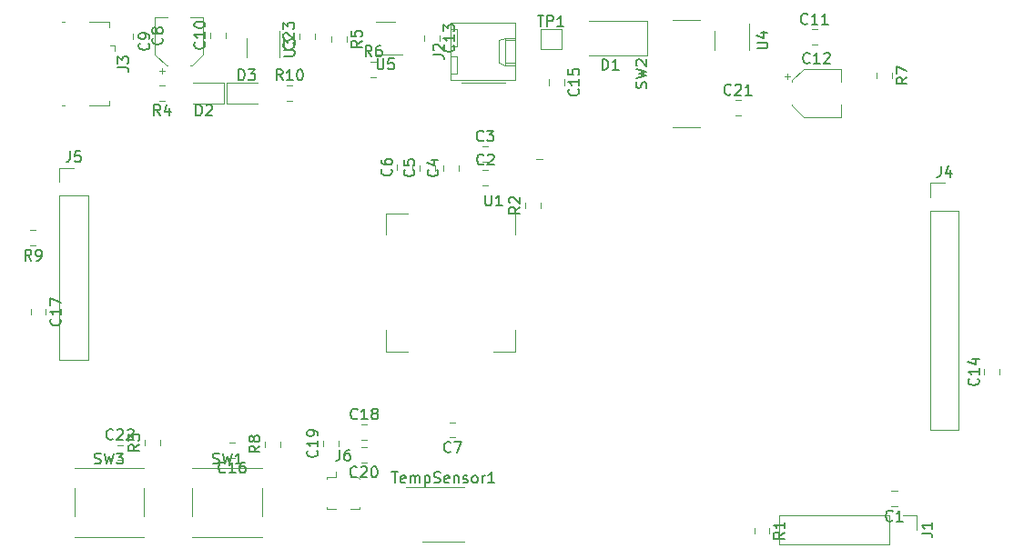
<source format=gbr>
G04 #@! TF.GenerationSoftware,KiCad,Pcbnew,(5.1.5)-3*
G04 #@! TF.CreationDate,2020-02-14T11:51:10+01:00*
G04 #@! TF.ProjectId,Lab_1,4c61625f-312e-46b6-9963-61645f706362,rev?*
G04 #@! TF.SameCoordinates,Original*
G04 #@! TF.FileFunction,Legend,Top*
G04 #@! TF.FilePolarity,Positive*
%FSLAX46Y46*%
G04 Gerber Fmt 4.6, Leading zero omitted, Abs format (unit mm)*
G04 Created by KiCad (PCBNEW (5.1.5)-3) date 2020-02-14 11:51:10*
%MOMM*%
%LPD*%
G04 APERTURE LIST*
%ADD10C,0.120000*%
%ADD11C,0.150000*%
G04 APERTURE END LIST*
D10*
X86513748Y-104710000D02*
X87036252Y-104710000D01*
X86513748Y-103290000D02*
X87036252Y-103290000D01*
X75186252Y-103290000D02*
X74663748Y-103290000D01*
X75186252Y-104710000D02*
X74663748Y-104710000D01*
X89110000Y-98961252D02*
X89110000Y-98438748D01*
X87690000Y-98961252D02*
X87690000Y-98438748D01*
X80915000Y-104960000D02*
X83775000Y-104960000D01*
X80915000Y-103040000D02*
X80915000Y-104960000D01*
X83775000Y-103040000D02*
X80915000Y-103040000D01*
X80685000Y-103040000D02*
X77825000Y-103040000D01*
X80685000Y-104960000D02*
X80685000Y-103040000D01*
X77825000Y-104960000D02*
X80685000Y-104960000D01*
X66745000Y-145380000D02*
X73205000Y-145380000D01*
X66745000Y-140850000D02*
X66745000Y-143450000D01*
X66745000Y-138920000D02*
X73205000Y-138920000D01*
X73205000Y-140850000D02*
X73205000Y-143450000D01*
X66745000Y-138950000D02*
X66745000Y-138920000D01*
X66745000Y-145380000D02*
X66745000Y-145350000D01*
X73205000Y-145380000D02*
X73205000Y-145350000D01*
X73205000Y-138920000D02*
X73205000Y-138950000D01*
X74710000Y-136836252D02*
X74710000Y-136313748D01*
X73290000Y-136836252D02*
X73290000Y-136313748D01*
X70738748Y-138210000D02*
X71261252Y-138210000D01*
X70738748Y-136790000D02*
X71261252Y-136790000D01*
X100710000Y-98638748D02*
X100710000Y-99161252D01*
X99290000Y-98638748D02*
X99290000Y-99161252D01*
X152810000Y-130236252D02*
X152810000Y-129713748D01*
X151390000Y-130236252D02*
X151390000Y-129713748D01*
X110890000Y-102738748D02*
X110890000Y-103261252D01*
X112310000Y-102738748D02*
X112310000Y-103261252D01*
X81686252Y-138010000D02*
X81163748Y-138010000D01*
X81686252Y-136590000D02*
X81163748Y-136590000D01*
X64110000Y-124138748D02*
X64110000Y-124661252D01*
X62690000Y-124138748D02*
X62690000Y-124661252D01*
X93463748Y-136310000D02*
X93986252Y-136310000D01*
X93463748Y-134890000D02*
X93986252Y-134890000D01*
X89890000Y-136936252D02*
X89890000Y-136413748D01*
X91310000Y-136936252D02*
X91310000Y-136413748D01*
X93936252Y-136990000D02*
X93413748Y-136990000D01*
X93936252Y-138410000D02*
X93413748Y-138410000D01*
X128213748Y-104690000D02*
X128736252Y-104690000D01*
X128213748Y-106110000D02*
X128736252Y-106110000D01*
X120000000Y-100550000D02*
X120000000Y-97250000D01*
X120000000Y-97250000D02*
X114600000Y-97250000D01*
X120000000Y-100550000D02*
X114600000Y-100550000D01*
X101770000Y-102780000D02*
X107790000Y-102780000D01*
X107790000Y-102780000D02*
X107790000Y-97480000D01*
X107790000Y-97480000D02*
X101770000Y-97480000D01*
X101770000Y-97480000D02*
X101770000Y-102780000D01*
X102800000Y-103070000D02*
X106800000Y-103070000D01*
X107790000Y-101400000D02*
X106790000Y-101400000D01*
X106790000Y-101400000D02*
X106790000Y-98860000D01*
X106790000Y-98860000D02*
X107790000Y-98860000D01*
X106790000Y-101400000D02*
X106260000Y-101150000D01*
X106260000Y-101150000D02*
X106260000Y-99110000D01*
X106260000Y-99110000D02*
X106790000Y-98860000D01*
X107790000Y-101150000D02*
X106790000Y-101150000D01*
X107790000Y-99110000D02*
X106790000Y-99110000D01*
X101770000Y-102200000D02*
X102370000Y-102200000D01*
X102370000Y-102200000D02*
X102370000Y-100600000D01*
X102370000Y-100600000D02*
X101770000Y-100600000D01*
X101770000Y-99660000D02*
X102370000Y-99660000D01*
X102370000Y-99660000D02*
X102370000Y-98060000D01*
X102370000Y-98060000D02*
X101770000Y-98060000D01*
X146370000Y-135350000D02*
X149030000Y-135350000D01*
X146370000Y-114970000D02*
X146370000Y-135350000D01*
X149030000Y-114970000D02*
X149030000Y-135350000D01*
X146370000Y-114970000D02*
X149030000Y-114970000D01*
X146370000Y-113700000D02*
X146370000Y-112370000D01*
X146370000Y-112370000D02*
X147700000Y-112370000D01*
X65370000Y-128870000D02*
X68030000Y-128870000D01*
X65370000Y-113570000D02*
X65370000Y-128870000D01*
X68030000Y-113570000D02*
X68030000Y-128870000D01*
X65370000Y-113570000D02*
X68030000Y-113570000D01*
X65370000Y-112300000D02*
X65370000Y-110970000D01*
X65370000Y-110970000D02*
X66700000Y-110970000D01*
X91075000Y-139800000D02*
X91075000Y-139300000D01*
X92475000Y-139800000D02*
X92475000Y-139300000D01*
X92475000Y-139800000D02*
X93075000Y-139800000D01*
X93075000Y-139800000D02*
X93275000Y-140000000D01*
X90275000Y-140000000D02*
X90275000Y-139800000D01*
X90275000Y-139800000D02*
X91075000Y-139800000D01*
X91075000Y-142800000D02*
X90275000Y-142800000D01*
X90275000Y-142800000D02*
X90275000Y-142600000D01*
X93275000Y-142600000D02*
X93275000Y-142800000D01*
X93275000Y-142800000D02*
X92475000Y-142800000D01*
X92110000Y-98713748D02*
X92110000Y-99236252D01*
X90690000Y-98713748D02*
X90690000Y-99236252D01*
X94313748Y-101090000D02*
X94836252Y-101090000D01*
X94313748Y-102510000D02*
X94836252Y-102510000D01*
X142810000Y-102113748D02*
X142810000Y-102636252D01*
X141390000Y-102113748D02*
X141390000Y-102636252D01*
X85910000Y-136986252D02*
X85910000Y-136463748D01*
X84490000Y-136986252D02*
X84490000Y-136463748D01*
X63186252Y-116790000D02*
X62663748Y-116790000D01*
X63186252Y-118210000D02*
X62663748Y-118210000D01*
X84205000Y-138920000D02*
X84205000Y-138950000D01*
X84205000Y-145380000D02*
X84205000Y-145350000D01*
X77745000Y-145380000D02*
X77745000Y-145350000D01*
X77745000Y-138950000D02*
X77745000Y-138920000D01*
X84205000Y-140850000D02*
X84205000Y-143450000D01*
X77745000Y-138920000D02*
X84205000Y-138920000D01*
X77745000Y-140850000D02*
X77745000Y-143450000D01*
X77745000Y-145380000D02*
X84205000Y-145380000D01*
X124950000Y-97240000D02*
X122450000Y-97240000D01*
X122450000Y-107240000D02*
X124950000Y-107240000D01*
X101095000Y-145835000D02*
X103045000Y-145835000D01*
X101095000Y-145835000D02*
X99145000Y-145835000D01*
X101095000Y-140715000D02*
X103045000Y-140715000D01*
X101095000Y-140715000D02*
X97645000Y-140715000D01*
X110150000Y-98050000D02*
X112050000Y-98050000D01*
X112050000Y-98050000D02*
X112050000Y-99950000D01*
X112050000Y-99950000D02*
X110150000Y-99950000D01*
X110150000Y-99950000D02*
X110150000Y-98050000D01*
X85860000Y-100670000D02*
X85860000Y-98240000D01*
X82790000Y-98910000D02*
X82790000Y-100670000D01*
X126290000Y-98200000D02*
X126290000Y-100000000D01*
X129510000Y-100000000D02*
X129510000Y-97550000D01*
X96580000Y-97340000D02*
X94820000Y-97340000D01*
X94820000Y-100410000D02*
X97250000Y-100410000D01*
X143286252Y-142510000D02*
X142763748Y-142510000D01*
X143286252Y-141090000D02*
X142763748Y-141090000D01*
X104738748Y-112610000D02*
X105261252Y-112610000D01*
X104738748Y-111190000D02*
X105261252Y-111190000D01*
X104713748Y-110410000D02*
X105236252Y-110410000D01*
X104713748Y-108990000D02*
X105236252Y-108990000D01*
X101090000Y-111236252D02*
X101090000Y-110713748D01*
X102510000Y-111236252D02*
X102510000Y-110713748D01*
X100310000Y-111236252D02*
X100310000Y-110713748D01*
X98890000Y-111236252D02*
X98890000Y-110713748D01*
X96790000Y-111186252D02*
X96790000Y-110663748D01*
X98210000Y-111186252D02*
X98210000Y-110663748D01*
X102186252Y-134690000D02*
X101663748Y-134690000D01*
X102186252Y-136110000D02*
X101663748Y-136110000D01*
X73610000Y-98438748D02*
X73610000Y-98961252D01*
X72190000Y-98438748D02*
X72190000Y-98961252D01*
X74690000Y-101950000D02*
X75190000Y-101950000D01*
X74940000Y-102200000D02*
X74940000Y-101700000D01*
X77695563Y-101460000D02*
X78760000Y-100395563D01*
X75304437Y-101460000D02*
X74240000Y-100395563D01*
X75304437Y-101460000D02*
X75440000Y-101460000D01*
X77695563Y-101460000D02*
X77560000Y-101460000D01*
X78760000Y-100395563D02*
X78760000Y-96940000D01*
X74240000Y-100395563D02*
X74240000Y-96940000D01*
X74240000Y-96940000D02*
X75440000Y-96940000D01*
X78760000Y-96940000D02*
X77560000Y-96940000D01*
X79390000Y-98886252D02*
X79390000Y-98363748D01*
X80810000Y-98886252D02*
X80810000Y-98363748D01*
X135338748Y-99510000D02*
X135861252Y-99510000D01*
X135338748Y-98090000D02*
X135861252Y-98090000D01*
X138060000Y-106260000D02*
X138060000Y-105060000D01*
X138060000Y-101740000D02*
X138060000Y-102940000D01*
X134604437Y-101740000D02*
X138060000Y-101740000D01*
X134604437Y-106260000D02*
X138060000Y-106260000D01*
X133540000Y-105195563D02*
X133540000Y-105060000D01*
X133540000Y-102804437D02*
X133540000Y-102940000D01*
X133540000Y-102804437D02*
X134604437Y-101740000D01*
X133540000Y-105195563D02*
X134604437Y-106260000D01*
X132800000Y-102440000D02*
X133300000Y-102440000D01*
X133050000Y-102190000D02*
X133050000Y-102690000D01*
X132310000Y-143370000D02*
X132310000Y-146030000D01*
X142530000Y-143370000D02*
X132310000Y-143370000D01*
X142530000Y-146030000D02*
X132310000Y-146030000D01*
X142530000Y-143370000D02*
X142530000Y-146030000D01*
X143800000Y-143370000D02*
X145130000Y-143370000D01*
X145130000Y-143370000D02*
X145130000Y-144700000D01*
X70000000Y-97400000D02*
X70000000Y-97850000D01*
X68150000Y-97400000D02*
X70000000Y-97400000D01*
X65600000Y-105200000D02*
X65850000Y-105200000D01*
X65600000Y-97400000D02*
X65850000Y-97400000D01*
X68150000Y-105200000D02*
X70000000Y-105200000D01*
X70000000Y-105200000D02*
X70000000Y-104750000D01*
X70550000Y-99600000D02*
X70550000Y-100050000D01*
X70550000Y-99600000D02*
X70100000Y-99600000D01*
X129990000Y-144513748D02*
X129990000Y-145036252D01*
X131410000Y-144513748D02*
X131410000Y-145036252D01*
X108690000Y-114736252D02*
X108690000Y-114213748D01*
X110110000Y-114736252D02*
X110110000Y-114213748D01*
X97750000Y-115220000D02*
X95750000Y-115220000D01*
X95750000Y-115220000D02*
X95750000Y-117220000D01*
X97750000Y-128120000D02*
X95750000Y-128120000D01*
X95750000Y-126120000D02*
X95750000Y-128120000D01*
X110290000Y-110140000D02*
X109690000Y-110140000D01*
X107750000Y-115220000D02*
X107750000Y-117220000D01*
X107750000Y-126120000D02*
X107750000Y-128120000D01*
X107750000Y-128120000D02*
X105750000Y-128120000D01*
D11*
X86132142Y-102802380D02*
X85798809Y-102326190D01*
X85560714Y-102802380D02*
X85560714Y-101802380D01*
X85941666Y-101802380D01*
X86036904Y-101850000D01*
X86084523Y-101897619D01*
X86132142Y-101992857D01*
X86132142Y-102135714D01*
X86084523Y-102230952D01*
X86036904Y-102278571D01*
X85941666Y-102326190D01*
X85560714Y-102326190D01*
X87084523Y-102802380D02*
X86513095Y-102802380D01*
X86798809Y-102802380D02*
X86798809Y-101802380D01*
X86703571Y-101945238D01*
X86608333Y-102040476D01*
X86513095Y-102088095D01*
X87703571Y-101802380D02*
X87798809Y-101802380D01*
X87894047Y-101850000D01*
X87941666Y-101897619D01*
X87989285Y-101992857D01*
X88036904Y-102183333D01*
X88036904Y-102421428D01*
X87989285Y-102611904D01*
X87941666Y-102707142D01*
X87894047Y-102754761D01*
X87798809Y-102802380D01*
X87703571Y-102802380D01*
X87608333Y-102754761D01*
X87560714Y-102707142D01*
X87513095Y-102611904D01*
X87465476Y-102421428D01*
X87465476Y-102183333D01*
X87513095Y-101992857D01*
X87560714Y-101897619D01*
X87608333Y-101850000D01*
X87703571Y-101802380D01*
X74758333Y-106102380D02*
X74425000Y-105626190D01*
X74186904Y-106102380D02*
X74186904Y-105102380D01*
X74567857Y-105102380D01*
X74663095Y-105150000D01*
X74710714Y-105197619D01*
X74758333Y-105292857D01*
X74758333Y-105435714D01*
X74710714Y-105530952D01*
X74663095Y-105578571D01*
X74567857Y-105626190D01*
X74186904Y-105626190D01*
X75615476Y-105435714D02*
X75615476Y-106102380D01*
X75377380Y-105054761D02*
X75139285Y-105769047D01*
X75758333Y-105769047D01*
X87107142Y-99342857D02*
X87154761Y-99390476D01*
X87202380Y-99533333D01*
X87202380Y-99628571D01*
X87154761Y-99771428D01*
X87059523Y-99866666D01*
X86964285Y-99914285D01*
X86773809Y-99961904D01*
X86630952Y-99961904D01*
X86440476Y-99914285D01*
X86345238Y-99866666D01*
X86250000Y-99771428D01*
X86202380Y-99628571D01*
X86202380Y-99533333D01*
X86250000Y-99390476D01*
X86297619Y-99342857D01*
X86297619Y-98961904D02*
X86250000Y-98914285D01*
X86202380Y-98819047D01*
X86202380Y-98580952D01*
X86250000Y-98485714D01*
X86297619Y-98438095D01*
X86392857Y-98390476D01*
X86488095Y-98390476D01*
X86630952Y-98438095D01*
X87202380Y-99009523D01*
X87202380Y-98390476D01*
X86202380Y-98057142D02*
X86202380Y-97438095D01*
X86583333Y-97771428D01*
X86583333Y-97628571D01*
X86630952Y-97533333D01*
X86678571Y-97485714D01*
X86773809Y-97438095D01*
X87011904Y-97438095D01*
X87107142Y-97485714D01*
X87154761Y-97533333D01*
X87202380Y-97628571D01*
X87202380Y-97914285D01*
X87154761Y-98009523D01*
X87107142Y-98057142D01*
X82036904Y-102802380D02*
X82036904Y-101802380D01*
X82275000Y-101802380D01*
X82417857Y-101850000D01*
X82513095Y-101945238D01*
X82560714Y-102040476D01*
X82608333Y-102230952D01*
X82608333Y-102373809D01*
X82560714Y-102564285D01*
X82513095Y-102659523D01*
X82417857Y-102754761D01*
X82275000Y-102802380D01*
X82036904Y-102802380D01*
X82941666Y-101802380D02*
X83560714Y-101802380D01*
X83227380Y-102183333D01*
X83370238Y-102183333D01*
X83465476Y-102230952D01*
X83513095Y-102278571D01*
X83560714Y-102373809D01*
X83560714Y-102611904D01*
X83513095Y-102707142D01*
X83465476Y-102754761D01*
X83370238Y-102802380D01*
X83084523Y-102802380D01*
X82989285Y-102754761D01*
X82941666Y-102707142D01*
X78086904Y-106102380D02*
X78086904Y-105102380D01*
X78325000Y-105102380D01*
X78467857Y-105150000D01*
X78563095Y-105245238D01*
X78610714Y-105340476D01*
X78658333Y-105530952D01*
X78658333Y-105673809D01*
X78610714Y-105864285D01*
X78563095Y-105959523D01*
X78467857Y-106054761D01*
X78325000Y-106102380D01*
X78086904Y-106102380D01*
X79039285Y-105197619D02*
X79086904Y-105150000D01*
X79182142Y-105102380D01*
X79420238Y-105102380D01*
X79515476Y-105150000D01*
X79563095Y-105197619D01*
X79610714Y-105292857D01*
X79610714Y-105388095D01*
X79563095Y-105530952D01*
X78991666Y-106102380D01*
X79610714Y-106102380D01*
X68641666Y-138504761D02*
X68784523Y-138552380D01*
X69022619Y-138552380D01*
X69117857Y-138504761D01*
X69165476Y-138457142D01*
X69213095Y-138361904D01*
X69213095Y-138266666D01*
X69165476Y-138171428D01*
X69117857Y-138123809D01*
X69022619Y-138076190D01*
X68832142Y-138028571D01*
X68736904Y-137980952D01*
X68689285Y-137933333D01*
X68641666Y-137838095D01*
X68641666Y-137742857D01*
X68689285Y-137647619D01*
X68736904Y-137600000D01*
X68832142Y-137552380D01*
X69070238Y-137552380D01*
X69213095Y-137600000D01*
X69546428Y-137552380D02*
X69784523Y-138552380D01*
X69975000Y-137838095D01*
X70165476Y-138552380D01*
X70403571Y-137552380D01*
X70689285Y-137552380D02*
X71308333Y-137552380D01*
X70975000Y-137933333D01*
X71117857Y-137933333D01*
X71213095Y-137980952D01*
X71260714Y-138028571D01*
X71308333Y-138123809D01*
X71308333Y-138361904D01*
X71260714Y-138457142D01*
X71213095Y-138504761D01*
X71117857Y-138552380D01*
X70832142Y-138552380D01*
X70736904Y-138504761D01*
X70689285Y-138457142D01*
X72802380Y-136741666D02*
X72326190Y-137075000D01*
X72802380Y-137313095D02*
X71802380Y-137313095D01*
X71802380Y-136932142D01*
X71850000Y-136836904D01*
X71897619Y-136789285D01*
X71992857Y-136741666D01*
X72135714Y-136741666D01*
X72230952Y-136789285D01*
X72278571Y-136836904D01*
X72326190Y-136932142D01*
X72326190Y-137313095D01*
X71802380Y-136408333D02*
X71802380Y-135789285D01*
X72183333Y-136122619D01*
X72183333Y-135979761D01*
X72230952Y-135884523D01*
X72278571Y-135836904D01*
X72373809Y-135789285D01*
X72611904Y-135789285D01*
X72707142Y-135836904D01*
X72754761Y-135884523D01*
X72802380Y-135979761D01*
X72802380Y-136265476D01*
X72754761Y-136360714D01*
X72707142Y-136408333D01*
X70357142Y-136207142D02*
X70309523Y-136254761D01*
X70166666Y-136302380D01*
X70071428Y-136302380D01*
X69928571Y-136254761D01*
X69833333Y-136159523D01*
X69785714Y-136064285D01*
X69738095Y-135873809D01*
X69738095Y-135730952D01*
X69785714Y-135540476D01*
X69833333Y-135445238D01*
X69928571Y-135350000D01*
X70071428Y-135302380D01*
X70166666Y-135302380D01*
X70309523Y-135350000D01*
X70357142Y-135397619D01*
X70738095Y-135397619D02*
X70785714Y-135350000D01*
X70880952Y-135302380D01*
X71119047Y-135302380D01*
X71214285Y-135350000D01*
X71261904Y-135397619D01*
X71309523Y-135492857D01*
X71309523Y-135588095D01*
X71261904Y-135730952D01*
X70690476Y-136302380D01*
X71309523Y-136302380D01*
X71690476Y-135397619D02*
X71738095Y-135350000D01*
X71833333Y-135302380D01*
X72071428Y-135302380D01*
X72166666Y-135350000D01*
X72214285Y-135397619D01*
X72261904Y-135492857D01*
X72261904Y-135588095D01*
X72214285Y-135730952D01*
X71642857Y-136302380D01*
X72261904Y-136302380D01*
X102007142Y-99542857D02*
X102054761Y-99590476D01*
X102102380Y-99733333D01*
X102102380Y-99828571D01*
X102054761Y-99971428D01*
X101959523Y-100066666D01*
X101864285Y-100114285D01*
X101673809Y-100161904D01*
X101530952Y-100161904D01*
X101340476Y-100114285D01*
X101245238Y-100066666D01*
X101150000Y-99971428D01*
X101102380Y-99828571D01*
X101102380Y-99733333D01*
X101150000Y-99590476D01*
X101197619Y-99542857D01*
X102102380Y-98590476D02*
X102102380Y-99161904D01*
X102102380Y-98876190D02*
X101102380Y-98876190D01*
X101245238Y-98971428D01*
X101340476Y-99066666D01*
X101388095Y-99161904D01*
X101102380Y-98257142D02*
X101102380Y-97638095D01*
X101483333Y-97971428D01*
X101483333Y-97828571D01*
X101530952Y-97733333D01*
X101578571Y-97685714D01*
X101673809Y-97638095D01*
X101911904Y-97638095D01*
X102007142Y-97685714D01*
X102054761Y-97733333D01*
X102102380Y-97828571D01*
X102102380Y-98114285D01*
X102054761Y-98209523D01*
X102007142Y-98257142D01*
X150807142Y-130617857D02*
X150854761Y-130665476D01*
X150902380Y-130808333D01*
X150902380Y-130903571D01*
X150854761Y-131046428D01*
X150759523Y-131141666D01*
X150664285Y-131189285D01*
X150473809Y-131236904D01*
X150330952Y-131236904D01*
X150140476Y-131189285D01*
X150045238Y-131141666D01*
X149950000Y-131046428D01*
X149902380Y-130903571D01*
X149902380Y-130808333D01*
X149950000Y-130665476D01*
X149997619Y-130617857D01*
X150902380Y-129665476D02*
X150902380Y-130236904D01*
X150902380Y-129951190D02*
X149902380Y-129951190D01*
X150045238Y-130046428D01*
X150140476Y-130141666D01*
X150188095Y-130236904D01*
X150235714Y-128808333D02*
X150902380Y-128808333D01*
X149854761Y-129046428D02*
X150569047Y-129284523D01*
X150569047Y-128665476D01*
X113607142Y-103642857D02*
X113654761Y-103690476D01*
X113702380Y-103833333D01*
X113702380Y-103928571D01*
X113654761Y-104071428D01*
X113559523Y-104166666D01*
X113464285Y-104214285D01*
X113273809Y-104261904D01*
X113130952Y-104261904D01*
X112940476Y-104214285D01*
X112845238Y-104166666D01*
X112750000Y-104071428D01*
X112702380Y-103928571D01*
X112702380Y-103833333D01*
X112750000Y-103690476D01*
X112797619Y-103642857D01*
X113702380Y-102690476D02*
X113702380Y-103261904D01*
X113702380Y-102976190D02*
X112702380Y-102976190D01*
X112845238Y-103071428D01*
X112940476Y-103166666D01*
X112988095Y-103261904D01*
X112702380Y-101785714D02*
X112702380Y-102261904D01*
X113178571Y-102309523D01*
X113130952Y-102261904D01*
X113083333Y-102166666D01*
X113083333Y-101928571D01*
X113130952Y-101833333D01*
X113178571Y-101785714D01*
X113273809Y-101738095D01*
X113511904Y-101738095D01*
X113607142Y-101785714D01*
X113654761Y-101833333D01*
X113702380Y-101928571D01*
X113702380Y-102166666D01*
X113654761Y-102261904D01*
X113607142Y-102309523D01*
X80782142Y-139307142D02*
X80734523Y-139354761D01*
X80591666Y-139402380D01*
X80496428Y-139402380D01*
X80353571Y-139354761D01*
X80258333Y-139259523D01*
X80210714Y-139164285D01*
X80163095Y-138973809D01*
X80163095Y-138830952D01*
X80210714Y-138640476D01*
X80258333Y-138545238D01*
X80353571Y-138450000D01*
X80496428Y-138402380D01*
X80591666Y-138402380D01*
X80734523Y-138450000D01*
X80782142Y-138497619D01*
X81734523Y-139402380D02*
X81163095Y-139402380D01*
X81448809Y-139402380D02*
X81448809Y-138402380D01*
X81353571Y-138545238D01*
X81258333Y-138640476D01*
X81163095Y-138688095D01*
X82591666Y-138402380D02*
X82401190Y-138402380D01*
X82305952Y-138450000D01*
X82258333Y-138497619D01*
X82163095Y-138640476D01*
X82115476Y-138830952D01*
X82115476Y-139211904D01*
X82163095Y-139307142D01*
X82210714Y-139354761D01*
X82305952Y-139402380D01*
X82496428Y-139402380D01*
X82591666Y-139354761D01*
X82639285Y-139307142D01*
X82686904Y-139211904D01*
X82686904Y-138973809D01*
X82639285Y-138878571D01*
X82591666Y-138830952D01*
X82496428Y-138783333D01*
X82305952Y-138783333D01*
X82210714Y-138830952D01*
X82163095Y-138878571D01*
X82115476Y-138973809D01*
X65407142Y-125042857D02*
X65454761Y-125090476D01*
X65502380Y-125233333D01*
X65502380Y-125328571D01*
X65454761Y-125471428D01*
X65359523Y-125566666D01*
X65264285Y-125614285D01*
X65073809Y-125661904D01*
X64930952Y-125661904D01*
X64740476Y-125614285D01*
X64645238Y-125566666D01*
X64550000Y-125471428D01*
X64502380Y-125328571D01*
X64502380Y-125233333D01*
X64550000Y-125090476D01*
X64597619Y-125042857D01*
X65502380Y-124090476D02*
X65502380Y-124661904D01*
X65502380Y-124376190D02*
X64502380Y-124376190D01*
X64645238Y-124471428D01*
X64740476Y-124566666D01*
X64788095Y-124661904D01*
X64502380Y-123757142D02*
X64502380Y-123090476D01*
X65502380Y-123519047D01*
X93082142Y-134307142D02*
X93034523Y-134354761D01*
X92891666Y-134402380D01*
X92796428Y-134402380D01*
X92653571Y-134354761D01*
X92558333Y-134259523D01*
X92510714Y-134164285D01*
X92463095Y-133973809D01*
X92463095Y-133830952D01*
X92510714Y-133640476D01*
X92558333Y-133545238D01*
X92653571Y-133450000D01*
X92796428Y-133402380D01*
X92891666Y-133402380D01*
X93034523Y-133450000D01*
X93082142Y-133497619D01*
X94034523Y-134402380D02*
X93463095Y-134402380D01*
X93748809Y-134402380D02*
X93748809Y-133402380D01*
X93653571Y-133545238D01*
X93558333Y-133640476D01*
X93463095Y-133688095D01*
X94605952Y-133830952D02*
X94510714Y-133783333D01*
X94463095Y-133735714D01*
X94415476Y-133640476D01*
X94415476Y-133592857D01*
X94463095Y-133497619D01*
X94510714Y-133450000D01*
X94605952Y-133402380D01*
X94796428Y-133402380D01*
X94891666Y-133450000D01*
X94939285Y-133497619D01*
X94986904Y-133592857D01*
X94986904Y-133640476D01*
X94939285Y-133735714D01*
X94891666Y-133783333D01*
X94796428Y-133830952D01*
X94605952Y-133830952D01*
X94510714Y-133878571D01*
X94463095Y-133926190D01*
X94415476Y-134021428D01*
X94415476Y-134211904D01*
X94463095Y-134307142D01*
X94510714Y-134354761D01*
X94605952Y-134402380D01*
X94796428Y-134402380D01*
X94891666Y-134354761D01*
X94939285Y-134307142D01*
X94986904Y-134211904D01*
X94986904Y-134021428D01*
X94939285Y-133926190D01*
X94891666Y-133878571D01*
X94796428Y-133830952D01*
X89307142Y-137317857D02*
X89354761Y-137365476D01*
X89402380Y-137508333D01*
X89402380Y-137603571D01*
X89354761Y-137746428D01*
X89259523Y-137841666D01*
X89164285Y-137889285D01*
X88973809Y-137936904D01*
X88830952Y-137936904D01*
X88640476Y-137889285D01*
X88545238Y-137841666D01*
X88450000Y-137746428D01*
X88402380Y-137603571D01*
X88402380Y-137508333D01*
X88450000Y-137365476D01*
X88497619Y-137317857D01*
X89402380Y-136365476D02*
X89402380Y-136936904D01*
X89402380Y-136651190D02*
X88402380Y-136651190D01*
X88545238Y-136746428D01*
X88640476Y-136841666D01*
X88688095Y-136936904D01*
X89402380Y-135889285D02*
X89402380Y-135698809D01*
X89354761Y-135603571D01*
X89307142Y-135555952D01*
X89164285Y-135460714D01*
X88973809Y-135413095D01*
X88592857Y-135413095D01*
X88497619Y-135460714D01*
X88450000Y-135508333D01*
X88402380Y-135603571D01*
X88402380Y-135794047D01*
X88450000Y-135889285D01*
X88497619Y-135936904D01*
X88592857Y-135984523D01*
X88830952Y-135984523D01*
X88926190Y-135936904D01*
X88973809Y-135889285D01*
X89021428Y-135794047D01*
X89021428Y-135603571D01*
X88973809Y-135508333D01*
X88926190Y-135460714D01*
X88830952Y-135413095D01*
X93032142Y-139707142D02*
X92984523Y-139754761D01*
X92841666Y-139802380D01*
X92746428Y-139802380D01*
X92603571Y-139754761D01*
X92508333Y-139659523D01*
X92460714Y-139564285D01*
X92413095Y-139373809D01*
X92413095Y-139230952D01*
X92460714Y-139040476D01*
X92508333Y-138945238D01*
X92603571Y-138850000D01*
X92746428Y-138802380D01*
X92841666Y-138802380D01*
X92984523Y-138850000D01*
X93032142Y-138897619D01*
X93413095Y-138897619D02*
X93460714Y-138850000D01*
X93555952Y-138802380D01*
X93794047Y-138802380D01*
X93889285Y-138850000D01*
X93936904Y-138897619D01*
X93984523Y-138992857D01*
X93984523Y-139088095D01*
X93936904Y-139230952D01*
X93365476Y-139802380D01*
X93984523Y-139802380D01*
X94603571Y-138802380D02*
X94698809Y-138802380D01*
X94794047Y-138850000D01*
X94841666Y-138897619D01*
X94889285Y-138992857D01*
X94936904Y-139183333D01*
X94936904Y-139421428D01*
X94889285Y-139611904D01*
X94841666Y-139707142D01*
X94794047Y-139754761D01*
X94698809Y-139802380D01*
X94603571Y-139802380D01*
X94508333Y-139754761D01*
X94460714Y-139707142D01*
X94413095Y-139611904D01*
X94365476Y-139421428D01*
X94365476Y-139183333D01*
X94413095Y-138992857D01*
X94460714Y-138897619D01*
X94508333Y-138850000D01*
X94603571Y-138802380D01*
X127832142Y-104107142D02*
X127784523Y-104154761D01*
X127641666Y-104202380D01*
X127546428Y-104202380D01*
X127403571Y-104154761D01*
X127308333Y-104059523D01*
X127260714Y-103964285D01*
X127213095Y-103773809D01*
X127213095Y-103630952D01*
X127260714Y-103440476D01*
X127308333Y-103345238D01*
X127403571Y-103250000D01*
X127546428Y-103202380D01*
X127641666Y-103202380D01*
X127784523Y-103250000D01*
X127832142Y-103297619D01*
X128213095Y-103297619D02*
X128260714Y-103250000D01*
X128355952Y-103202380D01*
X128594047Y-103202380D01*
X128689285Y-103250000D01*
X128736904Y-103297619D01*
X128784523Y-103392857D01*
X128784523Y-103488095D01*
X128736904Y-103630952D01*
X128165476Y-104202380D01*
X128784523Y-104202380D01*
X129736904Y-104202380D02*
X129165476Y-104202380D01*
X129451190Y-104202380D02*
X129451190Y-103202380D01*
X129355952Y-103345238D01*
X129260714Y-103440476D01*
X129165476Y-103488095D01*
X115861904Y-101852380D02*
X115861904Y-100852380D01*
X116100000Y-100852380D01*
X116242857Y-100900000D01*
X116338095Y-100995238D01*
X116385714Y-101090476D01*
X116433333Y-101280952D01*
X116433333Y-101423809D01*
X116385714Y-101614285D01*
X116338095Y-101709523D01*
X116242857Y-101804761D01*
X116100000Y-101852380D01*
X115861904Y-101852380D01*
X117385714Y-101852380D02*
X116814285Y-101852380D01*
X117100000Y-101852380D02*
X117100000Y-100852380D01*
X117004761Y-100995238D01*
X116909523Y-101090476D01*
X116814285Y-101138095D01*
X100132380Y-100463333D02*
X100846666Y-100463333D01*
X100989523Y-100510952D01*
X101084761Y-100606190D01*
X101132380Y-100749047D01*
X101132380Y-100844285D01*
X100227619Y-100034761D02*
X100180000Y-99987142D01*
X100132380Y-99891904D01*
X100132380Y-99653809D01*
X100180000Y-99558571D01*
X100227619Y-99510952D01*
X100322857Y-99463333D01*
X100418095Y-99463333D01*
X100560952Y-99510952D01*
X101132380Y-100082380D01*
X101132380Y-99463333D01*
X147366666Y-110822380D02*
X147366666Y-111536666D01*
X147319047Y-111679523D01*
X147223809Y-111774761D01*
X147080952Y-111822380D01*
X146985714Y-111822380D01*
X148271428Y-111155714D02*
X148271428Y-111822380D01*
X148033333Y-110774761D02*
X147795238Y-111489047D01*
X148414285Y-111489047D01*
X66366666Y-109422380D02*
X66366666Y-110136666D01*
X66319047Y-110279523D01*
X66223809Y-110374761D01*
X66080952Y-110422380D01*
X65985714Y-110422380D01*
X67319047Y-109422380D02*
X66842857Y-109422380D01*
X66795238Y-109898571D01*
X66842857Y-109850952D01*
X66938095Y-109803333D01*
X67176190Y-109803333D01*
X67271428Y-109850952D01*
X67319047Y-109898571D01*
X67366666Y-109993809D01*
X67366666Y-110231904D01*
X67319047Y-110327142D01*
X67271428Y-110374761D01*
X67176190Y-110422380D01*
X66938095Y-110422380D01*
X66842857Y-110374761D01*
X66795238Y-110327142D01*
X91441666Y-137252380D02*
X91441666Y-137966666D01*
X91394047Y-138109523D01*
X91298809Y-138204761D01*
X91155952Y-138252380D01*
X91060714Y-138252380D01*
X92346428Y-137252380D02*
X92155952Y-137252380D01*
X92060714Y-137300000D01*
X92013095Y-137347619D01*
X91917857Y-137490476D01*
X91870238Y-137680952D01*
X91870238Y-138061904D01*
X91917857Y-138157142D01*
X91965476Y-138204761D01*
X92060714Y-138252380D01*
X92251190Y-138252380D01*
X92346428Y-138204761D01*
X92394047Y-138157142D01*
X92441666Y-138061904D01*
X92441666Y-137823809D01*
X92394047Y-137728571D01*
X92346428Y-137680952D01*
X92251190Y-137633333D01*
X92060714Y-137633333D01*
X91965476Y-137680952D01*
X91917857Y-137728571D01*
X91870238Y-137823809D01*
X93502380Y-99141666D02*
X93026190Y-99475000D01*
X93502380Y-99713095D02*
X92502380Y-99713095D01*
X92502380Y-99332142D01*
X92550000Y-99236904D01*
X92597619Y-99189285D01*
X92692857Y-99141666D01*
X92835714Y-99141666D01*
X92930952Y-99189285D01*
X92978571Y-99236904D01*
X93026190Y-99332142D01*
X93026190Y-99713095D01*
X92502380Y-98236904D02*
X92502380Y-98713095D01*
X92978571Y-98760714D01*
X92930952Y-98713095D01*
X92883333Y-98617857D01*
X92883333Y-98379761D01*
X92930952Y-98284523D01*
X92978571Y-98236904D01*
X93073809Y-98189285D01*
X93311904Y-98189285D01*
X93407142Y-98236904D01*
X93454761Y-98284523D01*
X93502380Y-98379761D01*
X93502380Y-98617857D01*
X93454761Y-98713095D01*
X93407142Y-98760714D01*
X94408333Y-100602380D02*
X94075000Y-100126190D01*
X93836904Y-100602380D02*
X93836904Y-99602380D01*
X94217857Y-99602380D01*
X94313095Y-99650000D01*
X94360714Y-99697619D01*
X94408333Y-99792857D01*
X94408333Y-99935714D01*
X94360714Y-100030952D01*
X94313095Y-100078571D01*
X94217857Y-100126190D01*
X93836904Y-100126190D01*
X95265476Y-99602380D02*
X95075000Y-99602380D01*
X94979761Y-99650000D01*
X94932142Y-99697619D01*
X94836904Y-99840476D01*
X94789285Y-100030952D01*
X94789285Y-100411904D01*
X94836904Y-100507142D01*
X94884523Y-100554761D01*
X94979761Y-100602380D01*
X95170238Y-100602380D01*
X95265476Y-100554761D01*
X95313095Y-100507142D01*
X95360714Y-100411904D01*
X95360714Y-100173809D01*
X95313095Y-100078571D01*
X95265476Y-100030952D01*
X95170238Y-99983333D01*
X94979761Y-99983333D01*
X94884523Y-100030952D01*
X94836904Y-100078571D01*
X94789285Y-100173809D01*
X144202380Y-102541666D02*
X143726190Y-102875000D01*
X144202380Y-103113095D02*
X143202380Y-103113095D01*
X143202380Y-102732142D01*
X143250000Y-102636904D01*
X143297619Y-102589285D01*
X143392857Y-102541666D01*
X143535714Y-102541666D01*
X143630952Y-102589285D01*
X143678571Y-102636904D01*
X143726190Y-102732142D01*
X143726190Y-103113095D01*
X143202380Y-102208333D02*
X143202380Y-101541666D01*
X144202380Y-101970238D01*
X84002380Y-136891666D02*
X83526190Y-137225000D01*
X84002380Y-137463095D02*
X83002380Y-137463095D01*
X83002380Y-137082142D01*
X83050000Y-136986904D01*
X83097619Y-136939285D01*
X83192857Y-136891666D01*
X83335714Y-136891666D01*
X83430952Y-136939285D01*
X83478571Y-136986904D01*
X83526190Y-137082142D01*
X83526190Y-137463095D01*
X83430952Y-136320238D02*
X83383333Y-136415476D01*
X83335714Y-136463095D01*
X83240476Y-136510714D01*
X83192857Y-136510714D01*
X83097619Y-136463095D01*
X83050000Y-136415476D01*
X83002380Y-136320238D01*
X83002380Y-136129761D01*
X83050000Y-136034523D01*
X83097619Y-135986904D01*
X83192857Y-135939285D01*
X83240476Y-135939285D01*
X83335714Y-135986904D01*
X83383333Y-136034523D01*
X83430952Y-136129761D01*
X83430952Y-136320238D01*
X83478571Y-136415476D01*
X83526190Y-136463095D01*
X83621428Y-136510714D01*
X83811904Y-136510714D01*
X83907142Y-136463095D01*
X83954761Y-136415476D01*
X84002380Y-136320238D01*
X84002380Y-136129761D01*
X83954761Y-136034523D01*
X83907142Y-135986904D01*
X83811904Y-135939285D01*
X83621428Y-135939285D01*
X83526190Y-135986904D01*
X83478571Y-136034523D01*
X83430952Y-136129761D01*
X62758333Y-119602380D02*
X62425000Y-119126190D01*
X62186904Y-119602380D02*
X62186904Y-118602380D01*
X62567857Y-118602380D01*
X62663095Y-118650000D01*
X62710714Y-118697619D01*
X62758333Y-118792857D01*
X62758333Y-118935714D01*
X62710714Y-119030952D01*
X62663095Y-119078571D01*
X62567857Y-119126190D01*
X62186904Y-119126190D01*
X63234523Y-119602380D02*
X63425000Y-119602380D01*
X63520238Y-119554761D01*
X63567857Y-119507142D01*
X63663095Y-119364285D01*
X63710714Y-119173809D01*
X63710714Y-118792857D01*
X63663095Y-118697619D01*
X63615476Y-118650000D01*
X63520238Y-118602380D01*
X63329761Y-118602380D01*
X63234523Y-118650000D01*
X63186904Y-118697619D01*
X63139285Y-118792857D01*
X63139285Y-119030952D01*
X63186904Y-119126190D01*
X63234523Y-119173809D01*
X63329761Y-119221428D01*
X63520238Y-119221428D01*
X63615476Y-119173809D01*
X63663095Y-119126190D01*
X63710714Y-119030952D01*
X79641666Y-138504761D02*
X79784523Y-138552380D01*
X80022619Y-138552380D01*
X80117857Y-138504761D01*
X80165476Y-138457142D01*
X80213095Y-138361904D01*
X80213095Y-138266666D01*
X80165476Y-138171428D01*
X80117857Y-138123809D01*
X80022619Y-138076190D01*
X79832142Y-138028571D01*
X79736904Y-137980952D01*
X79689285Y-137933333D01*
X79641666Y-137838095D01*
X79641666Y-137742857D01*
X79689285Y-137647619D01*
X79736904Y-137600000D01*
X79832142Y-137552380D01*
X80070238Y-137552380D01*
X80213095Y-137600000D01*
X80546428Y-137552380D02*
X80784523Y-138552380D01*
X80975000Y-137838095D01*
X81165476Y-138552380D01*
X81403571Y-137552380D01*
X82308333Y-138552380D02*
X81736904Y-138552380D01*
X82022619Y-138552380D02*
X82022619Y-137552380D01*
X81927380Y-137695238D01*
X81832142Y-137790476D01*
X81736904Y-137838095D01*
X119944761Y-103553333D02*
X119992380Y-103410476D01*
X119992380Y-103172380D01*
X119944761Y-103077142D01*
X119897142Y-103029523D01*
X119801904Y-102981904D01*
X119706666Y-102981904D01*
X119611428Y-103029523D01*
X119563809Y-103077142D01*
X119516190Y-103172380D01*
X119468571Y-103362857D01*
X119420952Y-103458095D01*
X119373333Y-103505714D01*
X119278095Y-103553333D01*
X119182857Y-103553333D01*
X119087619Y-103505714D01*
X119040000Y-103458095D01*
X118992380Y-103362857D01*
X118992380Y-103124761D01*
X119040000Y-102981904D01*
X118992380Y-102648571D02*
X119992380Y-102410476D01*
X119278095Y-102220000D01*
X119992380Y-102029523D01*
X118992380Y-101791428D01*
X119087619Y-101458095D02*
X119040000Y-101410476D01*
X118992380Y-101315238D01*
X118992380Y-101077142D01*
X119040000Y-100981904D01*
X119087619Y-100934285D01*
X119182857Y-100886666D01*
X119278095Y-100886666D01*
X119420952Y-100934285D01*
X119992380Y-101505714D01*
X119992380Y-100886666D01*
X96261666Y-139327380D02*
X96833095Y-139327380D01*
X96547380Y-140327380D02*
X96547380Y-139327380D01*
X97547380Y-140279761D02*
X97452142Y-140327380D01*
X97261666Y-140327380D01*
X97166428Y-140279761D01*
X97118809Y-140184523D01*
X97118809Y-139803571D01*
X97166428Y-139708333D01*
X97261666Y-139660714D01*
X97452142Y-139660714D01*
X97547380Y-139708333D01*
X97595000Y-139803571D01*
X97595000Y-139898809D01*
X97118809Y-139994047D01*
X98023571Y-140327380D02*
X98023571Y-139660714D01*
X98023571Y-139755952D02*
X98071190Y-139708333D01*
X98166428Y-139660714D01*
X98309285Y-139660714D01*
X98404523Y-139708333D01*
X98452142Y-139803571D01*
X98452142Y-140327380D01*
X98452142Y-139803571D02*
X98499761Y-139708333D01*
X98595000Y-139660714D01*
X98737857Y-139660714D01*
X98833095Y-139708333D01*
X98880714Y-139803571D01*
X98880714Y-140327380D01*
X99356904Y-139660714D02*
X99356904Y-140660714D01*
X99356904Y-139708333D02*
X99452142Y-139660714D01*
X99642619Y-139660714D01*
X99737857Y-139708333D01*
X99785476Y-139755952D01*
X99833095Y-139851190D01*
X99833095Y-140136904D01*
X99785476Y-140232142D01*
X99737857Y-140279761D01*
X99642619Y-140327380D01*
X99452142Y-140327380D01*
X99356904Y-140279761D01*
X100214047Y-140279761D02*
X100356904Y-140327380D01*
X100595000Y-140327380D01*
X100690238Y-140279761D01*
X100737857Y-140232142D01*
X100785476Y-140136904D01*
X100785476Y-140041666D01*
X100737857Y-139946428D01*
X100690238Y-139898809D01*
X100595000Y-139851190D01*
X100404523Y-139803571D01*
X100309285Y-139755952D01*
X100261666Y-139708333D01*
X100214047Y-139613095D01*
X100214047Y-139517857D01*
X100261666Y-139422619D01*
X100309285Y-139375000D01*
X100404523Y-139327380D01*
X100642619Y-139327380D01*
X100785476Y-139375000D01*
X101595000Y-140279761D02*
X101499761Y-140327380D01*
X101309285Y-140327380D01*
X101214047Y-140279761D01*
X101166428Y-140184523D01*
X101166428Y-139803571D01*
X101214047Y-139708333D01*
X101309285Y-139660714D01*
X101499761Y-139660714D01*
X101595000Y-139708333D01*
X101642619Y-139803571D01*
X101642619Y-139898809D01*
X101166428Y-139994047D01*
X102071190Y-139660714D02*
X102071190Y-140327380D01*
X102071190Y-139755952D02*
X102118809Y-139708333D01*
X102214047Y-139660714D01*
X102356904Y-139660714D01*
X102452142Y-139708333D01*
X102499761Y-139803571D01*
X102499761Y-140327380D01*
X102928333Y-140279761D02*
X103023571Y-140327380D01*
X103214047Y-140327380D01*
X103309285Y-140279761D01*
X103356904Y-140184523D01*
X103356904Y-140136904D01*
X103309285Y-140041666D01*
X103214047Y-139994047D01*
X103071190Y-139994047D01*
X102975952Y-139946428D01*
X102928333Y-139851190D01*
X102928333Y-139803571D01*
X102975952Y-139708333D01*
X103071190Y-139660714D01*
X103214047Y-139660714D01*
X103309285Y-139708333D01*
X103928333Y-140327380D02*
X103833095Y-140279761D01*
X103785476Y-140232142D01*
X103737857Y-140136904D01*
X103737857Y-139851190D01*
X103785476Y-139755952D01*
X103833095Y-139708333D01*
X103928333Y-139660714D01*
X104071190Y-139660714D01*
X104166428Y-139708333D01*
X104214047Y-139755952D01*
X104261666Y-139851190D01*
X104261666Y-140136904D01*
X104214047Y-140232142D01*
X104166428Y-140279761D01*
X104071190Y-140327380D01*
X103928333Y-140327380D01*
X104690238Y-140327380D02*
X104690238Y-139660714D01*
X104690238Y-139851190D02*
X104737857Y-139755952D01*
X104785476Y-139708333D01*
X104880714Y-139660714D01*
X104975952Y-139660714D01*
X105833095Y-140327380D02*
X105261666Y-140327380D01*
X105547380Y-140327380D02*
X105547380Y-139327380D01*
X105452142Y-139470238D01*
X105356904Y-139565476D01*
X105261666Y-139613095D01*
X109838095Y-96804380D02*
X110409523Y-96804380D01*
X110123809Y-97804380D02*
X110123809Y-96804380D01*
X110742857Y-97804380D02*
X110742857Y-96804380D01*
X111123809Y-96804380D01*
X111219047Y-96852000D01*
X111266666Y-96899619D01*
X111314285Y-96994857D01*
X111314285Y-97137714D01*
X111266666Y-97232952D01*
X111219047Y-97280571D01*
X111123809Y-97328190D01*
X110742857Y-97328190D01*
X112266666Y-97804380D02*
X111695238Y-97804380D01*
X111980952Y-97804380D02*
X111980952Y-96804380D01*
X111885714Y-96947238D01*
X111790476Y-97042476D01*
X111695238Y-97090095D01*
X86252380Y-100551904D02*
X87061904Y-100551904D01*
X87157142Y-100504285D01*
X87204761Y-100456666D01*
X87252380Y-100361428D01*
X87252380Y-100170952D01*
X87204761Y-100075714D01*
X87157142Y-100028095D01*
X87061904Y-99980476D01*
X86252380Y-99980476D01*
X86252380Y-99599523D02*
X86252380Y-98980476D01*
X86633333Y-99313809D01*
X86633333Y-99170952D01*
X86680952Y-99075714D01*
X86728571Y-99028095D01*
X86823809Y-98980476D01*
X87061904Y-98980476D01*
X87157142Y-99028095D01*
X87204761Y-99075714D01*
X87252380Y-99170952D01*
X87252380Y-99456666D01*
X87204761Y-99551904D01*
X87157142Y-99599523D01*
X130252380Y-99861904D02*
X131061904Y-99861904D01*
X131157142Y-99814285D01*
X131204761Y-99766666D01*
X131252380Y-99671428D01*
X131252380Y-99480952D01*
X131204761Y-99385714D01*
X131157142Y-99338095D01*
X131061904Y-99290476D01*
X130252380Y-99290476D01*
X130585714Y-98385714D02*
X131252380Y-98385714D01*
X130204761Y-98623809D02*
X130919047Y-98861904D01*
X130919047Y-98242857D01*
X94938095Y-100802380D02*
X94938095Y-101611904D01*
X94985714Y-101707142D01*
X95033333Y-101754761D01*
X95128571Y-101802380D01*
X95319047Y-101802380D01*
X95414285Y-101754761D01*
X95461904Y-101707142D01*
X95509523Y-101611904D01*
X95509523Y-100802380D01*
X96461904Y-100802380D02*
X95985714Y-100802380D01*
X95938095Y-101278571D01*
X95985714Y-101230952D01*
X96080952Y-101183333D01*
X96319047Y-101183333D01*
X96414285Y-101230952D01*
X96461904Y-101278571D01*
X96509523Y-101373809D01*
X96509523Y-101611904D01*
X96461904Y-101707142D01*
X96414285Y-101754761D01*
X96319047Y-101802380D01*
X96080952Y-101802380D01*
X95985714Y-101754761D01*
X95938095Y-101707142D01*
X142858333Y-143807142D02*
X142810714Y-143854761D01*
X142667857Y-143902380D01*
X142572619Y-143902380D01*
X142429761Y-143854761D01*
X142334523Y-143759523D01*
X142286904Y-143664285D01*
X142239285Y-143473809D01*
X142239285Y-143330952D01*
X142286904Y-143140476D01*
X142334523Y-143045238D01*
X142429761Y-142950000D01*
X142572619Y-142902380D01*
X142667857Y-142902380D01*
X142810714Y-142950000D01*
X142858333Y-142997619D01*
X143810714Y-143902380D02*
X143239285Y-143902380D01*
X143525000Y-143902380D02*
X143525000Y-142902380D01*
X143429761Y-143045238D01*
X143334523Y-143140476D01*
X143239285Y-143188095D01*
X104833333Y-110607142D02*
X104785714Y-110654761D01*
X104642857Y-110702380D01*
X104547619Y-110702380D01*
X104404761Y-110654761D01*
X104309523Y-110559523D01*
X104261904Y-110464285D01*
X104214285Y-110273809D01*
X104214285Y-110130952D01*
X104261904Y-109940476D01*
X104309523Y-109845238D01*
X104404761Y-109750000D01*
X104547619Y-109702380D01*
X104642857Y-109702380D01*
X104785714Y-109750000D01*
X104833333Y-109797619D01*
X105214285Y-109797619D02*
X105261904Y-109750000D01*
X105357142Y-109702380D01*
X105595238Y-109702380D01*
X105690476Y-109750000D01*
X105738095Y-109797619D01*
X105785714Y-109892857D01*
X105785714Y-109988095D01*
X105738095Y-110130952D01*
X105166666Y-110702380D01*
X105785714Y-110702380D01*
X104808333Y-108407142D02*
X104760714Y-108454761D01*
X104617857Y-108502380D01*
X104522619Y-108502380D01*
X104379761Y-108454761D01*
X104284523Y-108359523D01*
X104236904Y-108264285D01*
X104189285Y-108073809D01*
X104189285Y-107930952D01*
X104236904Y-107740476D01*
X104284523Y-107645238D01*
X104379761Y-107550000D01*
X104522619Y-107502380D01*
X104617857Y-107502380D01*
X104760714Y-107550000D01*
X104808333Y-107597619D01*
X105141666Y-107502380D02*
X105760714Y-107502380D01*
X105427380Y-107883333D01*
X105570238Y-107883333D01*
X105665476Y-107930952D01*
X105713095Y-107978571D01*
X105760714Y-108073809D01*
X105760714Y-108311904D01*
X105713095Y-108407142D01*
X105665476Y-108454761D01*
X105570238Y-108502380D01*
X105284523Y-108502380D01*
X105189285Y-108454761D01*
X105141666Y-108407142D01*
X100507142Y-111141666D02*
X100554761Y-111189285D01*
X100602380Y-111332142D01*
X100602380Y-111427380D01*
X100554761Y-111570238D01*
X100459523Y-111665476D01*
X100364285Y-111713095D01*
X100173809Y-111760714D01*
X100030952Y-111760714D01*
X99840476Y-111713095D01*
X99745238Y-111665476D01*
X99650000Y-111570238D01*
X99602380Y-111427380D01*
X99602380Y-111332142D01*
X99650000Y-111189285D01*
X99697619Y-111141666D01*
X99935714Y-110284523D02*
X100602380Y-110284523D01*
X99554761Y-110522619D02*
X100269047Y-110760714D01*
X100269047Y-110141666D01*
X98307142Y-111141666D02*
X98354761Y-111189285D01*
X98402380Y-111332142D01*
X98402380Y-111427380D01*
X98354761Y-111570238D01*
X98259523Y-111665476D01*
X98164285Y-111713095D01*
X97973809Y-111760714D01*
X97830952Y-111760714D01*
X97640476Y-111713095D01*
X97545238Y-111665476D01*
X97450000Y-111570238D01*
X97402380Y-111427380D01*
X97402380Y-111332142D01*
X97450000Y-111189285D01*
X97497619Y-111141666D01*
X97402380Y-110236904D02*
X97402380Y-110713095D01*
X97878571Y-110760714D01*
X97830952Y-110713095D01*
X97783333Y-110617857D01*
X97783333Y-110379761D01*
X97830952Y-110284523D01*
X97878571Y-110236904D01*
X97973809Y-110189285D01*
X98211904Y-110189285D01*
X98307142Y-110236904D01*
X98354761Y-110284523D01*
X98402380Y-110379761D01*
X98402380Y-110617857D01*
X98354761Y-110713095D01*
X98307142Y-110760714D01*
X96207142Y-111091666D02*
X96254761Y-111139285D01*
X96302380Y-111282142D01*
X96302380Y-111377380D01*
X96254761Y-111520238D01*
X96159523Y-111615476D01*
X96064285Y-111663095D01*
X95873809Y-111710714D01*
X95730952Y-111710714D01*
X95540476Y-111663095D01*
X95445238Y-111615476D01*
X95350000Y-111520238D01*
X95302380Y-111377380D01*
X95302380Y-111282142D01*
X95350000Y-111139285D01*
X95397619Y-111091666D01*
X95302380Y-110234523D02*
X95302380Y-110425000D01*
X95350000Y-110520238D01*
X95397619Y-110567857D01*
X95540476Y-110663095D01*
X95730952Y-110710714D01*
X96111904Y-110710714D01*
X96207142Y-110663095D01*
X96254761Y-110615476D01*
X96302380Y-110520238D01*
X96302380Y-110329761D01*
X96254761Y-110234523D01*
X96207142Y-110186904D01*
X96111904Y-110139285D01*
X95873809Y-110139285D01*
X95778571Y-110186904D01*
X95730952Y-110234523D01*
X95683333Y-110329761D01*
X95683333Y-110520238D01*
X95730952Y-110615476D01*
X95778571Y-110663095D01*
X95873809Y-110710714D01*
X101758333Y-137407142D02*
X101710714Y-137454761D01*
X101567857Y-137502380D01*
X101472619Y-137502380D01*
X101329761Y-137454761D01*
X101234523Y-137359523D01*
X101186904Y-137264285D01*
X101139285Y-137073809D01*
X101139285Y-136930952D01*
X101186904Y-136740476D01*
X101234523Y-136645238D01*
X101329761Y-136550000D01*
X101472619Y-136502380D01*
X101567857Y-136502380D01*
X101710714Y-136550000D01*
X101758333Y-136597619D01*
X102091666Y-136502380D02*
X102758333Y-136502380D01*
X102329761Y-137502380D01*
X74907142Y-98866666D02*
X74954761Y-98914285D01*
X75002380Y-99057142D01*
X75002380Y-99152380D01*
X74954761Y-99295238D01*
X74859523Y-99390476D01*
X74764285Y-99438095D01*
X74573809Y-99485714D01*
X74430952Y-99485714D01*
X74240476Y-99438095D01*
X74145238Y-99390476D01*
X74050000Y-99295238D01*
X74002380Y-99152380D01*
X74002380Y-99057142D01*
X74050000Y-98914285D01*
X74097619Y-98866666D01*
X74430952Y-98295238D02*
X74383333Y-98390476D01*
X74335714Y-98438095D01*
X74240476Y-98485714D01*
X74192857Y-98485714D01*
X74097619Y-98438095D01*
X74050000Y-98390476D01*
X74002380Y-98295238D01*
X74002380Y-98104761D01*
X74050000Y-98009523D01*
X74097619Y-97961904D01*
X74192857Y-97914285D01*
X74240476Y-97914285D01*
X74335714Y-97961904D01*
X74383333Y-98009523D01*
X74430952Y-98104761D01*
X74430952Y-98295238D01*
X74478571Y-98390476D01*
X74526190Y-98438095D01*
X74621428Y-98485714D01*
X74811904Y-98485714D01*
X74907142Y-98438095D01*
X74954761Y-98390476D01*
X75002380Y-98295238D01*
X75002380Y-98104761D01*
X74954761Y-98009523D01*
X74907142Y-97961904D01*
X74811904Y-97914285D01*
X74621428Y-97914285D01*
X74526190Y-97961904D01*
X74478571Y-98009523D01*
X74430952Y-98104761D01*
X73657142Y-99366666D02*
X73704761Y-99414285D01*
X73752380Y-99557142D01*
X73752380Y-99652380D01*
X73704761Y-99795238D01*
X73609523Y-99890476D01*
X73514285Y-99938095D01*
X73323809Y-99985714D01*
X73180952Y-99985714D01*
X72990476Y-99938095D01*
X72895238Y-99890476D01*
X72800000Y-99795238D01*
X72752380Y-99652380D01*
X72752380Y-99557142D01*
X72800000Y-99414285D01*
X72847619Y-99366666D01*
X73752380Y-98890476D02*
X73752380Y-98700000D01*
X73704761Y-98604761D01*
X73657142Y-98557142D01*
X73514285Y-98461904D01*
X73323809Y-98414285D01*
X72942857Y-98414285D01*
X72847619Y-98461904D01*
X72800000Y-98509523D01*
X72752380Y-98604761D01*
X72752380Y-98795238D01*
X72800000Y-98890476D01*
X72847619Y-98938095D01*
X72942857Y-98985714D01*
X73180952Y-98985714D01*
X73276190Y-98938095D01*
X73323809Y-98890476D01*
X73371428Y-98795238D01*
X73371428Y-98604761D01*
X73323809Y-98509523D01*
X73276190Y-98461904D01*
X73180952Y-98414285D01*
X78807142Y-99267857D02*
X78854761Y-99315476D01*
X78902380Y-99458333D01*
X78902380Y-99553571D01*
X78854761Y-99696428D01*
X78759523Y-99791666D01*
X78664285Y-99839285D01*
X78473809Y-99886904D01*
X78330952Y-99886904D01*
X78140476Y-99839285D01*
X78045238Y-99791666D01*
X77950000Y-99696428D01*
X77902380Y-99553571D01*
X77902380Y-99458333D01*
X77950000Y-99315476D01*
X77997619Y-99267857D01*
X78902380Y-98315476D02*
X78902380Y-98886904D01*
X78902380Y-98601190D02*
X77902380Y-98601190D01*
X78045238Y-98696428D01*
X78140476Y-98791666D01*
X78188095Y-98886904D01*
X77902380Y-97696428D02*
X77902380Y-97601190D01*
X77950000Y-97505952D01*
X77997619Y-97458333D01*
X78092857Y-97410714D01*
X78283333Y-97363095D01*
X78521428Y-97363095D01*
X78711904Y-97410714D01*
X78807142Y-97458333D01*
X78854761Y-97505952D01*
X78902380Y-97601190D01*
X78902380Y-97696428D01*
X78854761Y-97791666D01*
X78807142Y-97839285D01*
X78711904Y-97886904D01*
X78521428Y-97934523D01*
X78283333Y-97934523D01*
X78092857Y-97886904D01*
X77997619Y-97839285D01*
X77950000Y-97791666D01*
X77902380Y-97696428D01*
X134957142Y-97507142D02*
X134909523Y-97554761D01*
X134766666Y-97602380D01*
X134671428Y-97602380D01*
X134528571Y-97554761D01*
X134433333Y-97459523D01*
X134385714Y-97364285D01*
X134338095Y-97173809D01*
X134338095Y-97030952D01*
X134385714Y-96840476D01*
X134433333Y-96745238D01*
X134528571Y-96650000D01*
X134671428Y-96602380D01*
X134766666Y-96602380D01*
X134909523Y-96650000D01*
X134957142Y-96697619D01*
X135909523Y-97602380D02*
X135338095Y-97602380D01*
X135623809Y-97602380D02*
X135623809Y-96602380D01*
X135528571Y-96745238D01*
X135433333Y-96840476D01*
X135338095Y-96888095D01*
X136861904Y-97602380D02*
X136290476Y-97602380D01*
X136576190Y-97602380D02*
X136576190Y-96602380D01*
X136480952Y-96745238D01*
X136385714Y-96840476D01*
X136290476Y-96888095D01*
X135157142Y-101157142D02*
X135109523Y-101204761D01*
X134966666Y-101252380D01*
X134871428Y-101252380D01*
X134728571Y-101204761D01*
X134633333Y-101109523D01*
X134585714Y-101014285D01*
X134538095Y-100823809D01*
X134538095Y-100680952D01*
X134585714Y-100490476D01*
X134633333Y-100395238D01*
X134728571Y-100300000D01*
X134871428Y-100252380D01*
X134966666Y-100252380D01*
X135109523Y-100300000D01*
X135157142Y-100347619D01*
X136109523Y-101252380D02*
X135538095Y-101252380D01*
X135823809Y-101252380D02*
X135823809Y-100252380D01*
X135728571Y-100395238D01*
X135633333Y-100490476D01*
X135538095Y-100538095D01*
X136490476Y-100347619D02*
X136538095Y-100300000D01*
X136633333Y-100252380D01*
X136871428Y-100252380D01*
X136966666Y-100300000D01*
X137014285Y-100347619D01*
X137061904Y-100442857D01*
X137061904Y-100538095D01*
X137014285Y-100680952D01*
X136442857Y-101252380D01*
X137061904Y-101252380D01*
X145582380Y-145033333D02*
X146296666Y-145033333D01*
X146439523Y-145080952D01*
X146534761Y-145176190D01*
X146582380Y-145319047D01*
X146582380Y-145414285D01*
X146582380Y-144033333D02*
X146582380Y-144604761D01*
X146582380Y-144319047D02*
X145582380Y-144319047D01*
X145725238Y-144414285D01*
X145820476Y-144509523D01*
X145868095Y-144604761D01*
X70802380Y-101633333D02*
X71516666Y-101633333D01*
X71659523Y-101680952D01*
X71754761Y-101776190D01*
X71802380Y-101919047D01*
X71802380Y-102014285D01*
X70802380Y-101252380D02*
X70802380Y-100633333D01*
X71183333Y-100966666D01*
X71183333Y-100823809D01*
X71230952Y-100728571D01*
X71278571Y-100680952D01*
X71373809Y-100633333D01*
X71611904Y-100633333D01*
X71707142Y-100680952D01*
X71754761Y-100728571D01*
X71802380Y-100823809D01*
X71802380Y-101109523D01*
X71754761Y-101204761D01*
X71707142Y-101252380D01*
X132802380Y-144941666D02*
X132326190Y-145275000D01*
X132802380Y-145513095D02*
X131802380Y-145513095D01*
X131802380Y-145132142D01*
X131850000Y-145036904D01*
X131897619Y-144989285D01*
X131992857Y-144941666D01*
X132135714Y-144941666D01*
X132230952Y-144989285D01*
X132278571Y-145036904D01*
X132326190Y-145132142D01*
X132326190Y-145513095D01*
X132802380Y-143989285D02*
X132802380Y-144560714D01*
X132802380Y-144275000D02*
X131802380Y-144275000D01*
X131945238Y-144370238D01*
X132040476Y-144465476D01*
X132088095Y-144560714D01*
X108202380Y-114641666D02*
X107726190Y-114975000D01*
X108202380Y-115213095D02*
X107202380Y-115213095D01*
X107202380Y-114832142D01*
X107250000Y-114736904D01*
X107297619Y-114689285D01*
X107392857Y-114641666D01*
X107535714Y-114641666D01*
X107630952Y-114689285D01*
X107678571Y-114736904D01*
X107726190Y-114832142D01*
X107726190Y-115213095D01*
X107297619Y-114260714D02*
X107250000Y-114213095D01*
X107202380Y-114117857D01*
X107202380Y-113879761D01*
X107250000Y-113784523D01*
X107297619Y-113736904D01*
X107392857Y-113689285D01*
X107488095Y-113689285D01*
X107630952Y-113736904D01*
X108202380Y-114308333D01*
X108202380Y-113689285D01*
X104988095Y-113512380D02*
X104988095Y-114321904D01*
X105035714Y-114417142D01*
X105083333Y-114464761D01*
X105178571Y-114512380D01*
X105369047Y-114512380D01*
X105464285Y-114464761D01*
X105511904Y-114417142D01*
X105559523Y-114321904D01*
X105559523Y-113512380D01*
X106559523Y-114512380D02*
X105988095Y-114512380D01*
X106273809Y-114512380D02*
X106273809Y-113512380D01*
X106178571Y-113655238D01*
X106083333Y-113750476D01*
X105988095Y-113798095D01*
M02*

</source>
